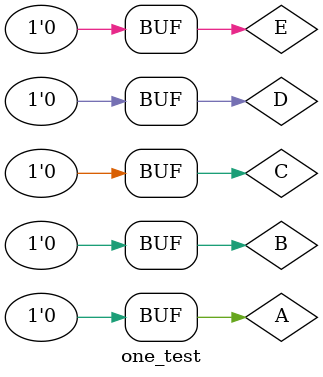
<source format=v>
`timescale 1ns / 1ps


module one_test;

	// Inputs
	reg A;
	reg B;
	reg C;
	reg D;
	reg E;

	// Outputs
	wire Y;

	// Instantiate the Unit Under Test (UUT)
	one uut (
		.A(A),
		.B(B),
		.C(C),
		.D(D),
		.E(E),
		.Y(Y)
	);

	initial begin
		// Initialize Inputs
		A = 0;
		B = 0;
		C = 0;
		D = 0;
		E = 0;

		// Wait 100 ns for global reset to finish
		#100;
		A=0;B=0;C=0;D=0;E=1;
		
		#100;
		A=0;B=0;C=1;D=1;E=0;		
     
		#100;
		A=1;B=1;C=0;D=0;E=1;
		
		#100;
		A=1;B=1;C=1;D=0;E=1;
		
		#100;
		A=1;B=1;C=1;D=1;E=1;
		
		#100;
		A=0;B=0;C=0;D=0;E=0;
		// Add stimulus here
	end   
	
endmodule

</source>
